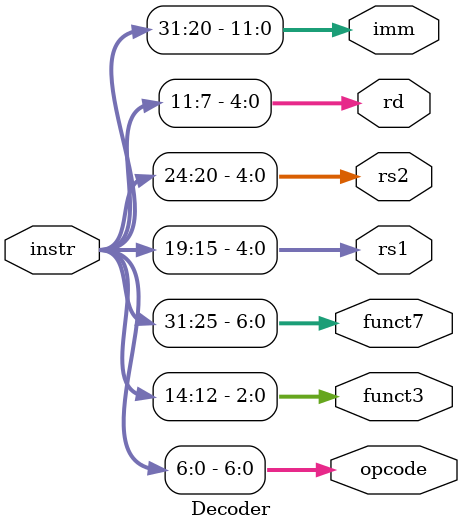
<source format=v>
module Decoder(
    input [31:0] instr,
    output [6:0] opcode,
    output [2:0] funct3,
    output [6:0] funct7,
    output [4:0] rs1,
    output [4:0] rs2,
    output [4:0] rd,
    output [11:0] imm
/*    output [3:0] shamt,
    output [6:0] csr,
    output branch,
    output jal,
    output jalr,
    output load,
    output store,
    output alu,
    output [1:0] mem_size,
    output [1:0] mem_signed*/
);

assign opcode = instr[6:0];
assign funct3 = instr[14:12];
assign funct7 = instr[31:25];
assign rs1 = instr[19:15];
assign rs2 = instr[24:20];
assign rd = instr[11:7];

assign imm = { {20{instr[31]}}, instr[31:20] };
//assign shamt = instr[24:20];
//assign csr = instr[31:20];

//assign branch = (opcode == 7'h63);
//assign jal = (opcode == 7'h6f);
//assign jalr = (opcode == 7'h67);
//assign load = ((opcode == 7'h03) || (opcode == 7'h00));
//assign store = (opcode == 7'h23);

//assign alu = ((opcode != 7'h03) && (opcode != 7'h23) && (opcode != 7'h67) && (opcode != 7'h6f));

//assign mem_size = 2'b00;
//assign mem_signed = 2'b00;

endmodule
</source>
